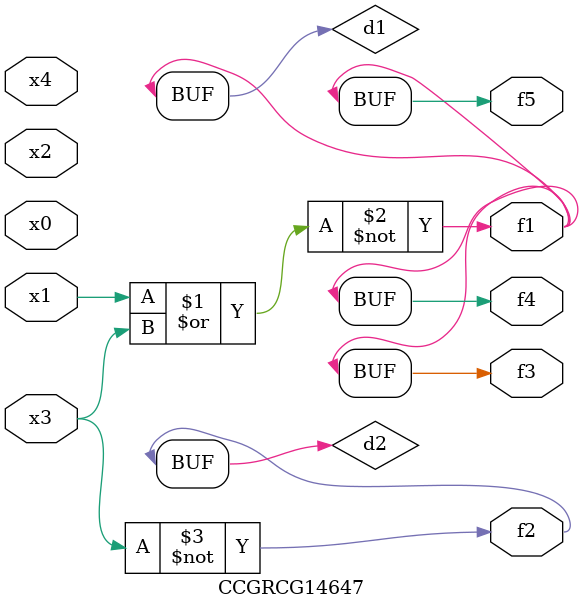
<source format=v>
module CCGRCG14647(
	input x0, x1, x2, x3, x4,
	output f1, f2, f3, f4, f5
);

	wire d1, d2;

	nor (d1, x1, x3);
	not (d2, x3);
	assign f1 = d1;
	assign f2 = d2;
	assign f3 = d1;
	assign f4 = d1;
	assign f5 = d1;
endmodule

</source>
